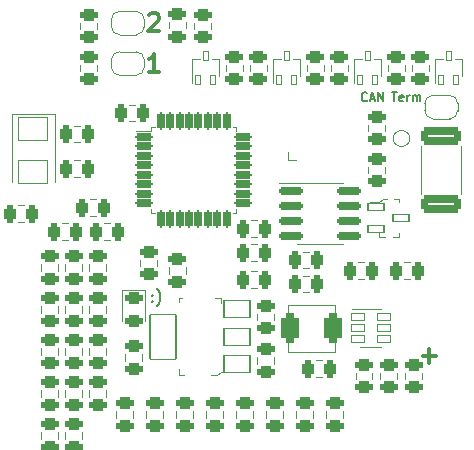
<source format=gto>
%TF.GenerationSoftware,KiCad,Pcbnew,(7.0.0)*%
%TF.CreationDate,2023-02-19T00:42:13-05:00*%
%TF.ProjectId,CANBoard,43414e42-6f61-4726-942e-6b696361645f,v1*%
%TF.SameCoordinates,Original*%
%TF.FileFunction,Legend,Top*%
%TF.FilePolarity,Positive*%
%FSLAX46Y46*%
G04 Gerber Fmt 4.6, Leading zero omitted, Abs format (unit mm)*
G04 Created by KiCad (PCBNEW (7.0.0)) date 2023-02-19 00:42:13*
%MOMM*%
%LPD*%
G01*
G04 APERTURE LIST*
G04 Aperture macros list*
%AMRoundRect*
0 Rectangle with rounded corners*
0 $1 Rounding radius*
0 $2 $3 $4 $5 $6 $7 $8 $9 X,Y pos of 4 corners*
0 Add a 4 corners polygon primitive as box body*
4,1,4,$2,$3,$4,$5,$6,$7,$8,$9,$2,$3,0*
0 Add four circle primitives for the rounded corners*
1,1,$1+$1,$2,$3*
1,1,$1+$1,$4,$5*
1,1,$1+$1,$6,$7*
1,1,$1+$1,$8,$9*
0 Add four rect primitives between the rounded corners*
20,1,$1+$1,$2,$3,$4,$5,0*
20,1,$1+$1,$4,$5,$6,$7,0*
20,1,$1+$1,$6,$7,$8,$9,0*
20,1,$1+$1,$8,$9,$2,$3,0*%
%AMFreePoly0*
4,1,35,0.012286,0.794911,0.071157,0.794911,0.085244,0.792886,0.221795,0.752791,0.234740,0.746879,0.354462,0.669938,0.365217,0.660618,0.458414,0.553063,0.466109,0.541091,0.525228,0.411637,0.529237,0.397982,0.549491,0.257116,0.550000,0.250000,0.550000,-0.250000,0.549491,-0.257116,0.529237,-0.397982,0.525228,-0.411637,0.466109,-0.541091,0.458414,-0.553063,0.365217,-0.660618,
0.354462,-0.669938,0.234740,-0.746879,0.221795,-0.752791,0.085244,-0.792886,0.071157,-0.794911,0.012286,-0.794911,0.000000,-0.800000,-0.500000,-0.800000,-0.535355,-0.785355,-0.550000,-0.750000,-0.550000,0.750000,-0.535355,0.785355,-0.500000,0.800000,0.000000,0.800000,0.012286,0.794911,0.012286,0.794911,$1*%
%AMFreePoly1*
4,1,35,0.535355,0.785355,0.550000,0.750000,0.550000,-0.750000,0.535355,-0.785355,0.500000,-0.800000,0.000000,-0.800000,-0.012286,-0.794911,-0.071157,-0.794911,-0.085244,-0.792886,-0.221795,-0.752791,-0.234740,-0.746879,-0.354462,-0.669938,-0.365217,-0.660618,-0.458414,-0.553063,-0.466109,-0.541091,-0.525228,-0.411637,-0.529237,-0.397982,-0.549491,-0.257116,-0.550000,-0.250000,-0.550000,0.250000,
-0.549491,0.257116,-0.529237,0.397982,-0.525228,0.411637,-0.466109,0.541091,-0.458414,0.553063,-0.365217,0.660618,-0.354462,0.669938,-0.234740,0.746879,-0.221795,0.752791,-0.085244,0.792886,-0.071157,0.794911,-0.012286,0.794911,0.000000,0.800000,0.500000,0.800000,0.535355,0.785355,0.535355,0.785355,$1*%
G04 Aperture macros list end*
%ADD10C,0.300000*%
%ADD11C,0.150000*%
%ADD12C,0.120000*%
%ADD13C,0.100000*%
%ADD14C,1.090600*%
%ADD15C,0.887400*%
%ADD16RoundRect,0.293750X-0.456250X0.243750X-0.456250X-0.243750X0.456250X-0.243750X0.456250X0.243750X0*%
%ADD17O,1.800000X1.800000*%
%ADD18C,1.800000*%
%ADD19C,5.700000*%
%ADD20RoundRect,0.293750X0.243750X0.456250X-0.243750X0.456250X-0.243750X-0.456250X0.243750X-0.456250X0*%
%ADD21RoundRect,0.293750X-0.243750X-0.456250X0.243750X-0.456250X0.243750X0.456250X-0.243750X0.456250X0*%
%ADD22RoundRect,0.070000X-0.650000X-0.300000X0.650000X-0.300000X0.650000X0.300000X-0.650000X0.300000X0*%
%ADD23RoundRect,0.050000X-1.200000X1.000000X-1.200000X-1.000000X1.200000X-1.000000X1.200000X1.000000X0*%
%ADD24RoundRect,0.175000X-0.125000X-0.625000X0.125000X-0.625000X0.125000X0.625000X-0.125000X0.625000X0*%
%ADD25RoundRect,0.175000X-0.625000X-0.125000X0.625000X-0.125000X0.625000X0.125000X-0.625000X0.125000X0*%
%ADD26RoundRect,0.300000X1.425000X-0.425000X1.425000X0.425000X-1.425000X0.425000X-1.425000X-0.425000X0*%
%ADD27RoundRect,0.293750X0.456250X-0.243750X0.456250X0.243750X-0.456250X0.243750X-0.456250X-0.243750X0*%
%ADD28RoundRect,0.425000X0.375000X-0.825000X0.375000X0.825000X-0.375000X0.825000X-0.375000X-0.825000X0*%
%ADD29RoundRect,0.050000X-0.530000X-0.325000X0.530000X-0.325000X0.530000X0.325000X-0.530000X0.325000X0*%
%ADD30RoundRect,0.050000X1.100000X-1.900000X1.100000X1.900000X-1.100000X1.900000X-1.100000X-1.900000X0*%
%ADD31RoundRect,0.050000X1.100000X-0.750000X1.100000X0.750000X-1.100000X0.750000X-1.100000X-0.750000X0*%
%ADD32C,1.100000*%
%ADD33RoundRect,0.050000X-0.225000X-0.350000X0.225000X-0.350000X0.225000X0.350000X-0.225000X0.350000X0*%
%ADD34FreePoly0,0.000000*%
%ADD35FreePoly1,0.000000*%
%ADD36RoundRect,0.200000X-0.825000X-0.150000X0.825000X-0.150000X0.825000X0.150000X-0.825000X0.150000X0*%
G04 APERTURE END LIST*
D10*
X130841714Y-64102428D02*
X130913142Y-64031000D01*
X130913142Y-64031000D02*
X131056000Y-63959571D01*
X131056000Y-63959571D02*
X131413142Y-63959571D01*
X131413142Y-63959571D02*
X131556000Y-64031000D01*
X131556000Y-64031000D02*
X131627428Y-64102428D01*
X131627428Y-64102428D02*
X131698857Y-64245285D01*
X131698857Y-64245285D02*
X131698857Y-64388142D01*
X131698857Y-64388142D02*
X131627428Y-64602428D01*
X131627428Y-64602428D02*
X130770285Y-65459571D01*
X130770285Y-65459571D02*
X131698857Y-65459571D01*
D11*
X131111667Y-88283142D02*
X131159286Y-88330761D01*
X131159286Y-88330761D02*
X131111667Y-88378380D01*
X131111667Y-88378380D02*
X131064048Y-88330761D01*
X131064048Y-88330761D02*
X131111667Y-88283142D01*
X131111667Y-88283142D02*
X131111667Y-88378380D01*
X131111667Y-87759333D02*
X131159286Y-87806952D01*
X131159286Y-87806952D02*
X131111667Y-87854571D01*
X131111667Y-87854571D02*
X131064048Y-87806952D01*
X131064048Y-87806952D02*
X131111667Y-87759333D01*
X131111667Y-87759333D02*
X131111667Y-87854571D01*
X131492619Y-88759333D02*
X131540238Y-88711714D01*
X131540238Y-88711714D02*
X131635476Y-88568857D01*
X131635476Y-88568857D02*
X131683095Y-88473619D01*
X131683095Y-88473619D02*
X131730714Y-88330761D01*
X131730714Y-88330761D02*
X131778333Y-88092666D01*
X131778333Y-88092666D02*
X131778333Y-87902190D01*
X131778333Y-87902190D02*
X131730714Y-87664095D01*
X131730714Y-87664095D02*
X131683095Y-87521238D01*
X131683095Y-87521238D02*
X131635476Y-87426000D01*
X131635476Y-87426000D02*
X131540238Y-87283142D01*
X131540238Y-87283142D02*
X131492619Y-87235523D01*
D10*
X131698857Y-68888571D02*
X130841714Y-68888571D01*
X131270285Y-68888571D02*
X131270285Y-67388571D01*
X131270285Y-67388571D02*
X131127428Y-67602857D01*
X131127428Y-67602857D02*
X130984571Y-67745714D01*
X130984571Y-67745714D02*
X130841714Y-67817142D01*
D11*
X149287499Y-71324107D02*
X149251785Y-71359821D01*
X149251785Y-71359821D02*
X149144642Y-71395535D01*
X149144642Y-71395535D02*
X149073214Y-71395535D01*
X149073214Y-71395535D02*
X148966071Y-71359821D01*
X148966071Y-71359821D02*
X148894642Y-71288392D01*
X148894642Y-71288392D02*
X148858928Y-71216964D01*
X148858928Y-71216964D02*
X148823214Y-71074107D01*
X148823214Y-71074107D02*
X148823214Y-70966964D01*
X148823214Y-70966964D02*
X148858928Y-70824107D01*
X148858928Y-70824107D02*
X148894642Y-70752678D01*
X148894642Y-70752678D02*
X148966071Y-70681250D01*
X148966071Y-70681250D02*
X149073214Y-70645535D01*
X149073214Y-70645535D02*
X149144642Y-70645535D01*
X149144642Y-70645535D02*
X149251785Y-70681250D01*
X149251785Y-70681250D02*
X149287499Y-70716964D01*
X149573214Y-71181250D02*
X149930357Y-71181250D01*
X149501785Y-71395535D02*
X149751785Y-70645535D01*
X149751785Y-70645535D02*
X150001785Y-71395535D01*
X150251785Y-71395535D02*
X150251785Y-70645535D01*
X150251785Y-70645535D02*
X150680356Y-71395535D01*
X150680356Y-71395535D02*
X150680356Y-70645535D01*
X151380356Y-70645535D02*
X151808928Y-70645535D01*
X151594642Y-71395535D02*
X151594642Y-70645535D01*
X152344642Y-71359821D02*
X152273214Y-71395535D01*
X152273214Y-71395535D02*
X152130357Y-71395535D01*
X152130357Y-71395535D02*
X152058928Y-71359821D01*
X152058928Y-71359821D02*
X152023214Y-71288392D01*
X152023214Y-71288392D02*
X152023214Y-71002678D01*
X152023214Y-71002678D02*
X152058928Y-70931250D01*
X152058928Y-70931250D02*
X152130357Y-70895535D01*
X152130357Y-70895535D02*
X152273214Y-70895535D01*
X152273214Y-70895535D02*
X152344642Y-70931250D01*
X152344642Y-70931250D02*
X152380357Y-71002678D01*
X152380357Y-71002678D02*
X152380357Y-71074107D01*
X152380357Y-71074107D02*
X152023214Y-71145535D01*
X152701785Y-71395535D02*
X152701785Y-70895535D01*
X152701785Y-71038392D02*
X152737499Y-70966964D01*
X152737499Y-70966964D02*
X152773214Y-70931250D01*
X152773214Y-70931250D02*
X152844642Y-70895535D01*
X152844642Y-70895535D02*
X152916071Y-70895535D01*
X153166071Y-71395535D02*
X153166071Y-70895535D01*
X153166071Y-70966964D02*
X153201785Y-70931250D01*
X153201785Y-70931250D02*
X153273214Y-70895535D01*
X153273214Y-70895535D02*
X153380357Y-70895535D01*
X153380357Y-70895535D02*
X153451785Y-70931250D01*
X153451785Y-70931250D02*
X153487500Y-71002678D01*
X153487500Y-71002678D02*
X153487500Y-71395535D01*
X153487500Y-71002678D02*
X153523214Y-70931250D01*
X153523214Y-70931250D02*
X153594642Y-70895535D01*
X153594642Y-70895535D02*
X153701785Y-70895535D01*
X153701785Y-70895535D02*
X153773214Y-70931250D01*
X153773214Y-70931250D02*
X153808928Y-71002678D01*
X153808928Y-71002678D02*
X153808928Y-71395535D01*
D10*
X153987571Y-92943642D02*
X155130429Y-92943642D01*
X154559000Y-93515071D02*
X154559000Y-92372214D01*
D12*
X142621000Y-76327000D02*
X142621000Y-75692000D01*
X143256000Y-76327000D02*
X142621000Y-76327000D01*
X143308000Y-97658422D02*
X143308000Y-98175578D01*
X144728000Y-97658422D02*
X144728000Y-98175578D01*
X140768000Y-97658422D02*
X140768000Y-98175578D01*
X142188000Y-97658422D02*
X142188000Y-98175578D01*
X138228000Y-97658422D02*
X138228000Y-98175578D01*
X139648000Y-97658422D02*
X139648000Y-98175578D01*
X149404000Y-73416422D02*
X149404000Y-73933578D01*
X150824000Y-73416422D02*
X150824000Y-73933578D01*
X135688000Y-97658422D02*
X135688000Y-98175578D01*
X137108000Y-97658422D02*
X137108000Y-98175578D01*
X133148000Y-97658422D02*
X133148000Y-98175578D01*
X134568000Y-97658422D02*
X134568000Y-98175578D01*
X128068000Y-97658422D02*
X128068000Y-98175578D01*
X129488000Y-97658422D02*
X129488000Y-98175578D01*
X139958578Y-81459000D02*
X139441422Y-81459000D01*
X139958578Y-82879000D02*
X139441422Y-82879000D01*
X123439422Y-83133000D02*
X123956578Y-83133000D01*
X123439422Y-81713000D02*
X123956578Y-81713000D01*
X127512578Y-81713000D02*
X126995422Y-81713000D01*
X127512578Y-83133000D02*
X126995422Y-83133000D01*
X119756422Y-81609000D02*
X120273578Y-81609000D01*
X119756422Y-80189000D02*
X120273578Y-80189000D01*
X124455422Y-77799000D02*
X124972578Y-77799000D01*
X124455422Y-76379000D02*
X124972578Y-76379000D01*
X129154422Y-73100000D02*
X129671578Y-73100000D01*
X129154422Y-71680000D02*
X129671578Y-71680000D01*
X125852422Y-81101000D02*
X126369578Y-81101000D01*
X125852422Y-79681000D02*
X126369578Y-79681000D01*
X139958578Y-83491000D02*
X139441422Y-83491000D01*
X139958578Y-84911000D02*
X139441422Y-84911000D01*
X143886422Y-85546000D02*
X144403578Y-85546000D01*
X143886422Y-84126000D02*
X144403578Y-84126000D01*
X132513000Y-85466422D02*
X132513000Y-85983578D01*
X133933000Y-85466422D02*
X133933000Y-85983578D01*
X125782000Y-95880422D02*
X125782000Y-96397578D01*
X127202000Y-95880422D02*
X127202000Y-96397578D01*
X124455422Y-74878000D02*
X124972578Y-74878000D01*
X124455422Y-73458000D02*
X124972578Y-73458000D01*
D13*
X151955000Y-82930000D02*
X151505000Y-82930000D01*
X151955000Y-82705000D02*
X151955000Y-82580000D01*
X151955000Y-82630000D02*
X151955000Y-82930000D01*
X151955000Y-79630000D02*
X151955000Y-79930000D01*
X151580000Y-79630000D02*
X151955000Y-79630000D01*
X150955000Y-79630000D02*
X150680000Y-79630000D01*
X150780000Y-82930000D02*
X150305000Y-82930000D01*
X150680000Y-79630000D02*
X150305000Y-79905000D01*
X150305000Y-82930000D02*
X150305000Y-82580000D01*
X150305000Y-79955000D02*
X149530000Y-79955000D01*
X150305000Y-79905000D02*
X150305000Y-79955000D01*
D12*
X122831000Y-78265000D02*
X122831000Y-72515000D01*
X119231000Y-72515000D02*
X119231000Y-78265000D01*
X122831000Y-72515000D02*
X119231000Y-72515000D01*
X138230000Y-80826000D02*
X138230000Y-80526000D01*
X138230000Y-73606000D02*
X138230000Y-73906000D01*
X137930000Y-80826000D02*
X138230000Y-80826000D01*
X137930000Y-73606000D02*
X138230000Y-73606000D01*
X131310000Y-80826000D02*
X131010000Y-80826000D01*
X131310000Y-73606000D02*
X131010000Y-73606000D01*
X131010000Y-80826000D02*
X131010000Y-80526000D01*
X131010000Y-73906000D02*
X129695000Y-73906000D01*
X131010000Y-73606000D02*
X131010000Y-73906000D01*
X157285000Y-79268064D02*
X157285000Y-75163936D01*
X153865000Y-79268064D02*
X153865000Y-75163936D01*
X148324500Y-94419922D02*
X148324500Y-94937078D01*
X149744500Y-94419922D02*
X149744500Y-94937078D01*
X150420000Y-94419922D02*
X150420000Y-94937078D01*
X151840000Y-94419922D02*
X151840000Y-94937078D01*
X141426000Y-89920578D02*
X141426000Y-89403422D01*
X140006000Y-89920578D02*
X140006000Y-89403422D01*
X140006000Y-93086422D02*
X140006000Y-93603578D01*
X141426000Y-93086422D02*
X141426000Y-93603578D01*
X146589500Y-92614500D02*
X142589500Y-92614500D01*
X146589500Y-88614500D02*
X146589500Y-92614500D01*
X142589500Y-92614500D02*
X142589500Y-88614500D01*
X142589500Y-88614500D02*
X146589500Y-88614500D01*
X152395422Y-86435000D02*
X152912578Y-86435000D01*
X152395422Y-85015000D02*
X152912578Y-85015000D01*
X144403578Y-86158000D02*
X143886422Y-86158000D01*
X144403578Y-87578000D02*
X143886422Y-87578000D01*
X150506000Y-89004500D02*
X148056000Y-89004500D01*
X148706000Y-92224500D02*
X150506000Y-92224500D01*
X128830000Y-92832422D02*
X128830000Y-93349578D01*
X130250000Y-92832422D02*
X130250000Y-93349578D01*
D13*
X136903000Y-88038000D02*
X136903000Y-88488000D01*
X136428000Y-88038000D02*
X136903000Y-88038000D01*
X133353000Y-88038000D02*
X133653000Y-88038000D01*
X133353000Y-88413000D02*
X133353000Y-88038000D01*
X133353000Y-94088000D02*
X133353000Y-94588000D01*
X136903000Y-94288000D02*
X137098000Y-94288000D01*
X136578000Y-94588000D02*
X136903000Y-94288000D01*
X136103000Y-94588000D02*
X136578000Y-94588000D01*
X133353000Y-94588000D02*
X133753000Y-94588000D01*
D12*
X145848000Y-97658422D02*
X145848000Y-98175578D01*
X147268000Y-97658422D02*
X147268000Y-98175578D01*
X152909500Y-74549000D02*
G75*
G03*
X152909500Y-74549000I-700000J0D01*
G01*
X152515500Y-94419922D02*
X152515500Y-94937078D01*
X153935500Y-94419922D02*
X153935500Y-94937078D01*
X144950922Y-94753500D02*
X145468078Y-94753500D01*
X144950922Y-93333500D02*
X145468078Y-93333500D01*
X130500000Y-90027000D02*
X130500000Y-87342000D01*
X128580000Y-87342000D02*
X128580000Y-90027000D01*
X130500000Y-87342000D02*
X128580000Y-87342000D01*
X150824000Y-77474578D02*
X150824000Y-76957422D01*
X149404000Y-77474578D02*
X149404000Y-76957422D01*
X130100000Y-84831422D02*
X130100000Y-85348578D01*
X131520000Y-84831422D02*
X131520000Y-85348578D01*
X145617000Y-68838578D02*
X145617000Y-68321422D01*
X144197000Y-68838578D02*
X144197000Y-68321422D01*
X142994000Y-67850000D02*
X143654000Y-67850000D01*
X141334000Y-67850000D02*
X141994000Y-67850000D01*
X141334000Y-67850000D02*
X141334000Y-69880000D01*
X143654000Y-69260000D02*
X143654000Y-67850000D01*
X134672000Y-64765422D02*
X134672000Y-65282578D01*
X136092000Y-64765422D02*
X136092000Y-65282578D01*
X151055000Y-68321422D02*
X151055000Y-68838578D01*
X152475000Y-68321422D02*
X152475000Y-68838578D01*
X139371000Y-68321422D02*
X139371000Y-68838578D01*
X140791000Y-68321422D02*
X140791000Y-68838578D01*
X149852000Y-67850000D02*
X150512000Y-67850000D01*
X148192000Y-67850000D02*
X148852000Y-67850000D01*
X148192000Y-67850000D02*
X148192000Y-69880000D01*
X150512000Y-69260000D02*
X150512000Y-67850000D01*
X138759000Y-68838578D02*
X138759000Y-68321422D01*
X137339000Y-68838578D02*
X137339000Y-68321422D01*
X136136000Y-67850000D02*
X136796000Y-67850000D01*
X134476000Y-67850000D02*
X135136000Y-67850000D01*
X134476000Y-67850000D02*
X134476000Y-69880000D01*
X136796000Y-69260000D02*
X136796000Y-67850000D01*
X146229000Y-68321422D02*
X146229000Y-68838578D01*
X147649000Y-68321422D02*
X147649000Y-68838578D01*
X154507000Y-68838578D02*
X154507000Y-68321422D01*
X153087000Y-68838578D02*
X153087000Y-68321422D01*
X132513000Y-64716922D02*
X132513000Y-65234078D01*
X133933000Y-64716922D02*
X133933000Y-65234078D01*
X156710000Y-67850000D02*
X157370000Y-67850000D01*
X155050000Y-67850000D02*
X155710000Y-67850000D01*
X155050000Y-67850000D02*
X155050000Y-69880000D01*
X157370000Y-69260000D02*
X157370000Y-67850000D01*
X156275000Y-72882000D02*
G75*
G03*
X156975000Y-72182000I0J700000D01*
G01*
X156975000Y-71582000D02*
G75*
G03*
X156275000Y-70882000I-700000J0D01*
G01*
X154175000Y-72182000D02*
G75*
G03*
X154875000Y-72882000I699999J-1D01*
G01*
X154875000Y-70882000D02*
G75*
G03*
X154175000Y-71582000I-1J-699999D01*
G01*
X156975000Y-71582000D02*
X156975000Y-72182000D01*
X156275000Y-72882000D02*
X154875000Y-72882000D01*
X154875000Y-70882000D02*
X156275000Y-70882000D01*
X154175000Y-72182000D02*
X154175000Y-71582000D01*
X130608000Y-97658422D02*
X130608000Y-98175578D01*
X132028000Y-97658422D02*
X132028000Y-98175578D01*
X139441422Y-87197000D02*
X139958578Y-87197000D01*
X139441422Y-85777000D02*
X139958578Y-85777000D01*
X123138000Y-89285578D02*
X123138000Y-88768422D01*
X121718000Y-89285578D02*
X121718000Y-88768422D01*
X121718000Y-95880422D02*
X121718000Y-96397578D01*
X123138000Y-95880422D02*
X123138000Y-96397578D01*
X121718000Y-85212422D02*
X121718000Y-85729578D01*
X123138000Y-85212422D02*
X123138000Y-85729578D01*
X121718000Y-99436422D02*
X121718000Y-99953578D01*
X123138000Y-99436422D02*
X123138000Y-99953578D01*
X123138000Y-92841578D02*
X123138000Y-92324422D01*
X121718000Y-92841578D02*
X121718000Y-92324422D01*
X125782000Y-85212422D02*
X125782000Y-85729578D01*
X127202000Y-85212422D02*
X127202000Y-85729578D01*
X127202000Y-89285578D02*
X127202000Y-88768422D01*
X125782000Y-89285578D02*
X125782000Y-88768422D01*
X127202000Y-92841578D02*
X127202000Y-92324422D01*
X125782000Y-92841578D02*
X125782000Y-92324422D01*
X125170000Y-85729578D02*
X125170000Y-85212422D01*
X123750000Y-85729578D02*
X123750000Y-85212422D01*
X123750000Y-88768422D02*
X123750000Y-89285578D01*
X125170000Y-88768422D02*
X125170000Y-89285578D01*
X123750000Y-92324422D02*
X123750000Y-92841578D01*
X125170000Y-92324422D02*
X125170000Y-92841578D01*
X125170000Y-99953578D02*
X125170000Y-99436422D01*
X123750000Y-99953578D02*
X123750000Y-99436422D01*
X125170000Y-96397578D02*
X125170000Y-95880422D01*
X123750000Y-96397578D02*
X123750000Y-95880422D01*
X125020000Y-64765422D02*
X125020000Y-65282578D01*
X126440000Y-64765422D02*
X126440000Y-65282578D01*
X125020000Y-68321422D02*
X125020000Y-68838578D01*
X126440000Y-68321422D02*
X126440000Y-68838578D01*
X148521922Y-86435000D02*
X149039078Y-86435000D01*
X148521922Y-85015000D02*
X149039078Y-85015000D01*
X145288000Y-83459000D02*
X147238000Y-83459000D01*
X145288000Y-83459000D02*
X143338000Y-83459000D01*
X145288000Y-78339000D02*
X147238000Y-78339000D01*
X145288000Y-78339000D02*
X141838000Y-78339000D01*
X129732000Y-65770000D02*
G75*
G03*
X130432000Y-65070000I0J700000D01*
G01*
X130432000Y-64470000D02*
G75*
G03*
X129732000Y-63770000I-700000J0D01*
G01*
X127632000Y-65070000D02*
G75*
G03*
X128332000Y-65770000I699999J-1D01*
G01*
X128332000Y-63770000D02*
G75*
G03*
X127632000Y-64470000I-1J-699999D01*
G01*
X130432000Y-64470000D02*
X130432000Y-65070000D01*
X129732000Y-65770000D02*
X128332000Y-65770000D01*
X128332000Y-63770000D02*
X129732000Y-63770000D01*
X127632000Y-65070000D02*
X127632000Y-64470000D01*
X129732000Y-69199000D02*
G75*
G03*
X130432000Y-68499000I0J700000D01*
G01*
X130432000Y-67899000D02*
G75*
G03*
X129732000Y-67199000I-700000J0D01*
G01*
X127632000Y-68499000D02*
G75*
G03*
X128332000Y-69199000I699999J-1D01*
G01*
X128332000Y-67199000D02*
G75*
G03*
X127632000Y-67899000I-1J-699999D01*
G01*
X130432000Y-67899000D02*
X130432000Y-68499000D01*
X129732000Y-69199000D02*
X128332000Y-69199000D01*
X128332000Y-67199000D02*
X129732000Y-67199000D01*
X127632000Y-68499000D02*
X127632000Y-67899000D01*
%LPC*%
D14*
X141986000Y-75057000D03*
X147066000Y-74041000D03*
X147066000Y-76073000D03*
D15*
X143256000Y-75692000D03*
X143256000Y-74422000D03*
X144526000Y-75692000D03*
X144526000Y-74422000D03*
X145796000Y-75692000D03*
X145796000Y-74422000D03*
D16*
X144018000Y-98854500D03*
X144018000Y-96979500D03*
X141478000Y-98854500D03*
X141478000Y-96979500D03*
X138938000Y-98854500D03*
X138938000Y-96979500D03*
X150114000Y-74612500D03*
X150114000Y-72737500D03*
X136398000Y-98854500D03*
X136398000Y-96979500D03*
X133858000Y-98854500D03*
X133858000Y-96979500D03*
X128778000Y-98854500D03*
X128778000Y-96979500D03*
D17*
X146557999Y-101218999D03*
X144017999Y-101218999D03*
X141477999Y-101218999D03*
X138937999Y-101218999D03*
X136397999Y-101218999D03*
X133857999Y-101218999D03*
X131317999Y-101218999D03*
D18*
X128778000Y-101219000D03*
D19*
X151638000Y-99822000D03*
D20*
X138762500Y-82169000D03*
X140637500Y-82169000D03*
D21*
X124635500Y-82423000D03*
X122760500Y-82423000D03*
D20*
X126316500Y-82423000D03*
X128191500Y-82423000D03*
D21*
X120952500Y-80899000D03*
X119077500Y-80899000D03*
X125651500Y-77089000D03*
X123776500Y-77089000D03*
X130350500Y-72390000D03*
X128475500Y-72390000D03*
X127048500Y-80391000D03*
X125173500Y-80391000D03*
D20*
X138762500Y-84201000D03*
X140637500Y-84201000D03*
D21*
X145082500Y-84836000D03*
X143207500Y-84836000D03*
D16*
X133223000Y-86662500D03*
X133223000Y-84787500D03*
X126492000Y-97076500D03*
X126492000Y-95201500D03*
D21*
X125651500Y-74168000D03*
X123776500Y-74168000D03*
D19*
X121158000Y-66167000D03*
D22*
X152180000Y-81280000D03*
X150080000Y-82230000D03*
X150080000Y-80330000D03*
D23*
X121031000Y-77415000D03*
X121031000Y-73715000D03*
D24*
X131820000Y-73041000D03*
X132620000Y-73041000D03*
X133420000Y-73041000D03*
X134220000Y-73041000D03*
X135020000Y-73041000D03*
X135820000Y-73041000D03*
X136620000Y-73041000D03*
X137420000Y-73041000D03*
D25*
X138795000Y-74416000D03*
X138795000Y-75216000D03*
X138795000Y-76016000D03*
X138795000Y-76816000D03*
X138795000Y-77616000D03*
X138795000Y-78416000D03*
X138795000Y-79216000D03*
X138795000Y-80016000D03*
D24*
X137420000Y-81391000D03*
X136620000Y-81391000D03*
X135820000Y-81391000D03*
X135020000Y-81391000D03*
X134220000Y-81391000D03*
X133420000Y-81391000D03*
X132620000Y-81391000D03*
X131820000Y-81391000D03*
D25*
X130445000Y-80016000D03*
X130445000Y-79216000D03*
X130445000Y-78416000D03*
X130445000Y-77616000D03*
X130445000Y-76816000D03*
X130445000Y-76016000D03*
X130445000Y-75216000D03*
X130445000Y-74416000D03*
D26*
X155575000Y-74316000D03*
X155575000Y-80116000D03*
D16*
X149034500Y-95616000D03*
X149034500Y-93741000D03*
X151130000Y-95616000D03*
X151130000Y-93741000D03*
D27*
X140716000Y-88724500D03*
X140716000Y-90599500D03*
D16*
X140716000Y-94282500D03*
X140716000Y-92407500D03*
D28*
X146439500Y-90614500D03*
X142739500Y-90614500D03*
D21*
X153591500Y-85725000D03*
X151716500Y-85725000D03*
D20*
X143207500Y-86868000D03*
X145082500Y-86868000D03*
D29*
X150706000Y-89664500D03*
X150706000Y-90614500D03*
X150706000Y-91564500D03*
X148506000Y-91564500D03*
X148506000Y-90614500D03*
X148506000Y-89664500D03*
D16*
X129540000Y-94028500D03*
X129540000Y-92153500D03*
D30*
X131978000Y-91313000D03*
D31*
X138278000Y-89013000D03*
X138278000Y-91313000D03*
X138278000Y-93613000D03*
D16*
X146558000Y-98854500D03*
X146558000Y-96979500D03*
D32*
X152209500Y-74549000D03*
D16*
X153225500Y-95616000D03*
X153225500Y-93741000D03*
D21*
X146147000Y-94043500D03*
X144272000Y-94043500D03*
D17*
X137921999Y-64769999D03*
X140461999Y-64769999D03*
X143001999Y-64769999D03*
X145541999Y-64769999D03*
X148081999Y-64769999D03*
X150621999Y-64769999D03*
X153161999Y-64769999D03*
D18*
X155702000Y-64770000D03*
D16*
X129540000Y-89964500D03*
X129540000Y-88089500D03*
D27*
X150114000Y-76278500D03*
X150114000Y-78153500D03*
D16*
X130810000Y-86027500D03*
X130810000Y-84152500D03*
D27*
X144907000Y-67642500D03*
X144907000Y-69517500D03*
D33*
X142494000Y-67580000D03*
X143144000Y-69580000D03*
X141844000Y-69580000D03*
D16*
X135382000Y-65961500D03*
X135382000Y-64086500D03*
X151765000Y-69517500D03*
X151765000Y-67642500D03*
X140081000Y-69517500D03*
X140081000Y-67642500D03*
D33*
X149352000Y-67580000D03*
X150002000Y-69580000D03*
X148702000Y-69580000D03*
D27*
X138049000Y-67642500D03*
X138049000Y-69517500D03*
D33*
X135636000Y-67580000D03*
X136286000Y-69580000D03*
X134986000Y-69580000D03*
D16*
X146939000Y-69517500D03*
X146939000Y-67642500D03*
D27*
X153797000Y-67642500D03*
X153797000Y-69517500D03*
D16*
X133223000Y-65913000D03*
X133223000Y-64038000D03*
D33*
X156210000Y-67580000D03*
X156860000Y-69580000D03*
X155560000Y-69580000D03*
D34*
X156225000Y-71882000D03*
D35*
X154925000Y-71882000D03*
D17*
X156209999Y-100710999D03*
X156209999Y-98170999D03*
X156209999Y-95630999D03*
X156209999Y-93090999D03*
X156209999Y-90550999D03*
X156209999Y-88010999D03*
X156209999Y-85470999D03*
D18*
X156210000Y-82931000D03*
D16*
X131318000Y-98854500D03*
X131318000Y-96979500D03*
D21*
X140637500Y-86487000D03*
X138762500Y-86487000D03*
D27*
X122428000Y-88089500D03*
X122428000Y-89964500D03*
D16*
X122428000Y-97076500D03*
X122428000Y-95201500D03*
X122428000Y-86408500D03*
X122428000Y-84533500D03*
X122428000Y-100632500D03*
X122428000Y-98757500D03*
D27*
X122428000Y-91645500D03*
X122428000Y-93520500D03*
D17*
X119760999Y-101218999D03*
X119760999Y-98678999D03*
X119760999Y-96138999D03*
X119760999Y-93598999D03*
X119760999Y-91058999D03*
X119760999Y-88518999D03*
X119760999Y-85978999D03*
D18*
X119761000Y-83439000D03*
D16*
X126492000Y-86408500D03*
X126492000Y-84533500D03*
D27*
X126492000Y-88089500D03*
X126492000Y-89964500D03*
X126492000Y-91645500D03*
X126492000Y-93520500D03*
X124460000Y-84533500D03*
X124460000Y-86408500D03*
D16*
X124460000Y-89964500D03*
X124460000Y-88089500D03*
X124460000Y-93520500D03*
X124460000Y-91645500D03*
D27*
X124460000Y-98757500D03*
X124460000Y-100632500D03*
X124460000Y-95201500D03*
X124460000Y-97076500D03*
D16*
X125730000Y-65961500D03*
X125730000Y-64086500D03*
X125730000Y-69517500D03*
X125730000Y-67642500D03*
D21*
X149718000Y-85725000D03*
X147843000Y-85725000D03*
D36*
X147763000Y-78994000D03*
X147763000Y-80264000D03*
X147763000Y-81534000D03*
X147763000Y-82804000D03*
X142813000Y-82804000D03*
X142813000Y-81534000D03*
X142813000Y-80264000D03*
X142813000Y-78994000D03*
D34*
X129682000Y-64770000D03*
D35*
X128382000Y-64770000D03*
D34*
X129682000Y-68199000D03*
D35*
X128382000Y-68199000D03*
M02*

</source>
